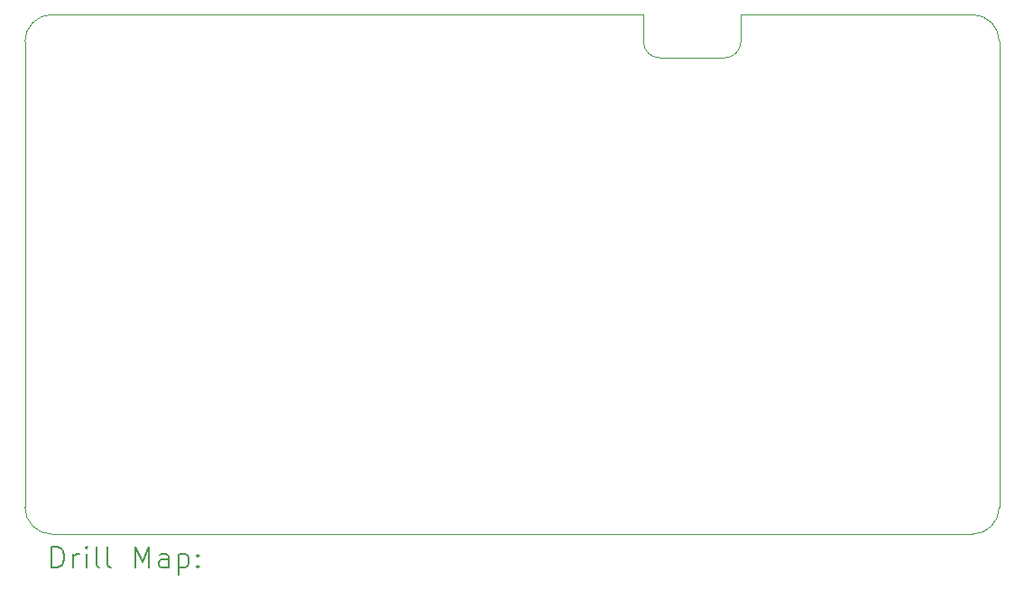
<source format=gbr>
%TF.GenerationSoftware,KiCad,Pcbnew,(6.0.9)*%
%TF.CreationDate,2023-01-08T15:27:36-05:00*%
%TF.ProjectId,v1-USMX,76312d55-534d-4582-9e6b-696361645f70,rev?*%
%TF.SameCoordinates,Original*%
%TF.FileFunction,Drillmap*%
%TF.FilePolarity,Positive*%
%FSLAX45Y45*%
G04 Gerber Fmt 4.5, Leading zero omitted, Abs format (unit mm)*
G04 Created by KiCad (PCBNEW (6.0.9)) date 2023-01-08 15:27:36*
%MOMM*%
%LPD*%
G01*
G04 APERTURE LIST*
%ADD10C,0.100000*%
%ADD11C,0.200000*%
G04 APERTURE END LIST*
D10*
X15659100Y-8280400D02*
X15659100Y-8026400D01*
X16421100Y-8432800D02*
X15811500Y-8432800D01*
X18999200Y-8280400D02*
X18999200Y-12649200D01*
X15659100Y-8026400D02*
X10109200Y-8026400D01*
X10109200Y-8026400D02*
G75*
G03*
X9855200Y-8280400I0J-254000D01*
G01*
X18999200Y-8280400D02*
G75*
G03*
X18745200Y-8026400I-254000J0D01*
G01*
X9855200Y-12649200D02*
G75*
G03*
X10109200Y-12903200I254000J0D01*
G01*
X18745200Y-12903200D02*
G75*
G03*
X18999200Y-12649200I0J254000D01*
G01*
X15659100Y-8280400D02*
G75*
G03*
X15811500Y-8432800I152400J0D01*
G01*
X10109200Y-12903200D02*
X18745200Y-12903200D01*
X16573500Y-8280400D02*
X16573500Y-8026400D01*
X9855200Y-8280400D02*
X9855200Y-12649200D01*
X16421100Y-8432800D02*
G75*
G03*
X16573500Y-8280400I0J152400D01*
G01*
X18745200Y-8026400D02*
X16573500Y-8026400D01*
D11*
X10107819Y-13218676D02*
X10107819Y-13018676D01*
X10155438Y-13018676D01*
X10184009Y-13028200D01*
X10203057Y-13047248D01*
X10212581Y-13066295D01*
X10222105Y-13104390D01*
X10222105Y-13132962D01*
X10212581Y-13171057D01*
X10203057Y-13190105D01*
X10184009Y-13209152D01*
X10155438Y-13218676D01*
X10107819Y-13218676D01*
X10307819Y-13218676D02*
X10307819Y-13085343D01*
X10307819Y-13123438D02*
X10317343Y-13104390D01*
X10326867Y-13094867D01*
X10345914Y-13085343D01*
X10364962Y-13085343D01*
X10431628Y-13218676D02*
X10431628Y-13085343D01*
X10431628Y-13018676D02*
X10422105Y-13028200D01*
X10431628Y-13037724D01*
X10441152Y-13028200D01*
X10431628Y-13018676D01*
X10431628Y-13037724D01*
X10555438Y-13218676D02*
X10536390Y-13209152D01*
X10526867Y-13190105D01*
X10526867Y-13018676D01*
X10660200Y-13218676D02*
X10641152Y-13209152D01*
X10631628Y-13190105D01*
X10631628Y-13018676D01*
X10888771Y-13218676D02*
X10888771Y-13018676D01*
X10955438Y-13161533D01*
X11022105Y-13018676D01*
X11022105Y-13218676D01*
X11203057Y-13218676D02*
X11203057Y-13113914D01*
X11193533Y-13094867D01*
X11174486Y-13085343D01*
X11136390Y-13085343D01*
X11117343Y-13094867D01*
X11203057Y-13209152D02*
X11184009Y-13218676D01*
X11136390Y-13218676D01*
X11117343Y-13209152D01*
X11107819Y-13190105D01*
X11107819Y-13171057D01*
X11117343Y-13152009D01*
X11136390Y-13142486D01*
X11184009Y-13142486D01*
X11203057Y-13132962D01*
X11298295Y-13085343D02*
X11298295Y-13285343D01*
X11298295Y-13094867D02*
X11317343Y-13085343D01*
X11355438Y-13085343D01*
X11374486Y-13094867D01*
X11384009Y-13104390D01*
X11393533Y-13123438D01*
X11393533Y-13180581D01*
X11384009Y-13199628D01*
X11374486Y-13209152D01*
X11355438Y-13218676D01*
X11317343Y-13218676D01*
X11298295Y-13209152D01*
X11479247Y-13199628D02*
X11488771Y-13209152D01*
X11479247Y-13218676D01*
X11469724Y-13209152D01*
X11479247Y-13199628D01*
X11479247Y-13218676D01*
X11479247Y-13094867D02*
X11488771Y-13104390D01*
X11479247Y-13113914D01*
X11469724Y-13104390D01*
X11479247Y-13094867D01*
X11479247Y-13113914D01*
M02*

</source>
